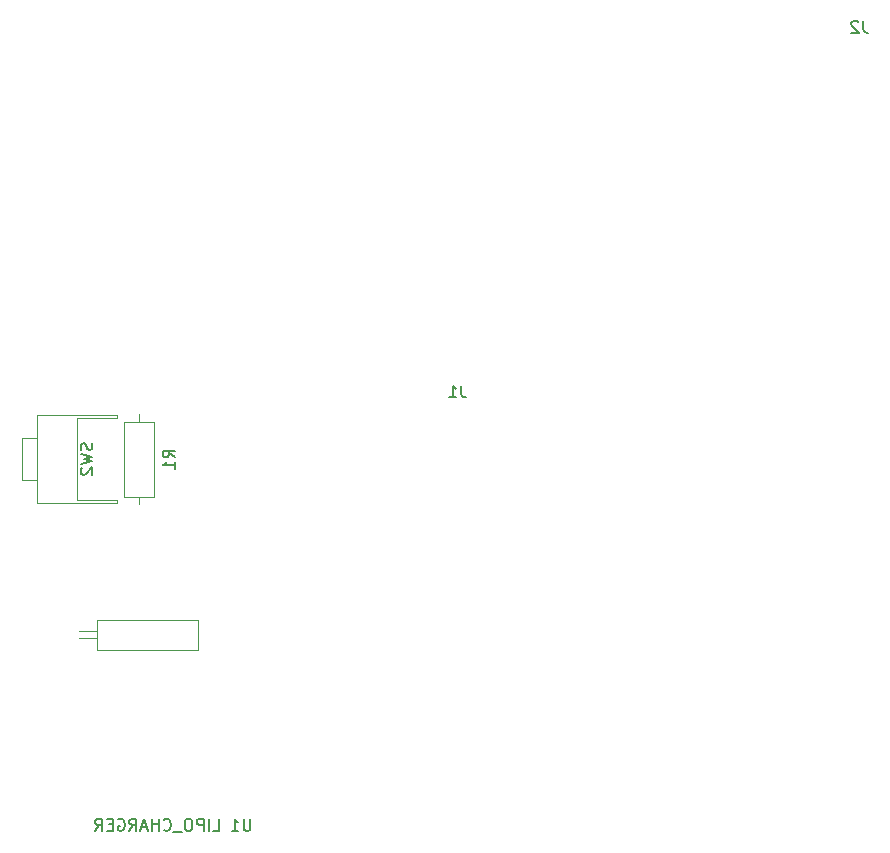
<source format=gbr>
G04 #@! TF.GenerationSoftware,KiCad,Pcbnew,(6.0.4)*
G04 #@! TF.CreationDate,2022-05-01T01:23:01+08:00*
G04 #@! TF.ProjectId,system,73797374-656d-42e6-9b69-6361645f7063,1.0-dev7*
G04 #@! TF.SameCoordinates,Original*
G04 #@! TF.FileFunction,AssemblyDrawing,Bot*
%FSLAX46Y46*%
G04 Gerber Fmt 4.6, Leading zero omitted, Abs format (unit mm)*
G04 Created by KiCad (PCBNEW (6.0.4)) date 2022-05-01 01:23:01*
%MOMM*%
%LPD*%
G01*
G04 APERTURE LIST*
%ADD10C,0.150000*%
%ADD11C,0.100000*%
G04 APERTURE END LIST*
D10*
X115768380Y-117943333D02*
X115292190Y-117610000D01*
X115768380Y-117371904D02*
X114768380Y-117371904D01*
X114768380Y-117752857D01*
X114816000Y-117848095D01*
X114863619Y-117895714D01*
X114958857Y-117943333D01*
X115101714Y-117943333D01*
X115196952Y-117895714D01*
X115244571Y-117848095D01*
X115292190Y-117752857D01*
X115292190Y-117371904D01*
X115768380Y-118895714D02*
X115768380Y-118324285D01*
X115768380Y-118610000D02*
X114768380Y-118610000D01*
X114911238Y-118514761D01*
X115006476Y-118419523D01*
X115054095Y-118324285D01*
X108764761Y-116740666D02*
X108812380Y-116883523D01*
X108812380Y-117121619D01*
X108764761Y-117216857D01*
X108717142Y-117264476D01*
X108621904Y-117312095D01*
X108526666Y-117312095D01*
X108431428Y-117264476D01*
X108383809Y-117216857D01*
X108336190Y-117121619D01*
X108288571Y-116931142D01*
X108240952Y-116835904D01*
X108193333Y-116788285D01*
X108098095Y-116740666D01*
X108002857Y-116740666D01*
X107907619Y-116788285D01*
X107860000Y-116835904D01*
X107812380Y-116931142D01*
X107812380Y-117169238D01*
X107860000Y-117312095D01*
X107812380Y-117645428D02*
X108812380Y-117883523D01*
X108098095Y-118074000D01*
X108812380Y-118264476D01*
X107812380Y-118502571D01*
X107907619Y-118835904D02*
X107860000Y-118883523D01*
X107812380Y-118978761D01*
X107812380Y-119216857D01*
X107860000Y-119312095D01*
X107907619Y-119359714D01*
X108002857Y-119407333D01*
X108098095Y-119407333D01*
X108240952Y-119359714D01*
X108812380Y-118788285D01*
X108812380Y-119407333D01*
X140033333Y-111864480D02*
X140033333Y-112578766D01*
X140080952Y-112721623D01*
X140176190Y-112816861D01*
X140319047Y-112864480D01*
X140414285Y-112864480D01*
X139033333Y-112864480D02*
X139604761Y-112864480D01*
X139319047Y-112864480D02*
X139319047Y-111864480D01*
X139414285Y-112007338D01*
X139509523Y-112102576D01*
X139604761Y-112150195D01*
X122173904Y-148550380D02*
X122173904Y-149359904D01*
X122126285Y-149455142D01*
X122078666Y-149502761D01*
X121983428Y-149550380D01*
X121792952Y-149550380D01*
X121697714Y-149502761D01*
X121650095Y-149455142D01*
X121602476Y-149359904D01*
X121602476Y-148550380D01*
X120602476Y-149550380D02*
X121173904Y-149550380D01*
X120888190Y-149550380D02*
X120888190Y-148550380D01*
X120983428Y-148693238D01*
X121078666Y-148788476D01*
X121173904Y-148836095D01*
X119038095Y-149550380D02*
X119514285Y-149550380D01*
X119514285Y-148550380D01*
X118704761Y-149550380D02*
X118704761Y-148550380D01*
X118228571Y-149550380D02*
X118228571Y-148550380D01*
X117847619Y-148550380D01*
X117752380Y-148598000D01*
X117704761Y-148645619D01*
X117657142Y-148740857D01*
X117657142Y-148883714D01*
X117704761Y-148978952D01*
X117752380Y-149026571D01*
X117847619Y-149074190D01*
X118228571Y-149074190D01*
X117038095Y-148550380D02*
X116847619Y-148550380D01*
X116752380Y-148598000D01*
X116657142Y-148693238D01*
X116609523Y-148883714D01*
X116609523Y-149217047D01*
X116657142Y-149407523D01*
X116752380Y-149502761D01*
X116847619Y-149550380D01*
X117038095Y-149550380D01*
X117133333Y-149502761D01*
X117228571Y-149407523D01*
X117276190Y-149217047D01*
X117276190Y-148883714D01*
X117228571Y-148693238D01*
X117133333Y-148598000D01*
X117038095Y-148550380D01*
X116419047Y-149645619D02*
X115657142Y-149645619D01*
X114847619Y-149455142D02*
X114895238Y-149502761D01*
X115038095Y-149550380D01*
X115133333Y-149550380D01*
X115276190Y-149502761D01*
X115371428Y-149407523D01*
X115419047Y-149312285D01*
X115466666Y-149121809D01*
X115466666Y-148978952D01*
X115419047Y-148788476D01*
X115371428Y-148693238D01*
X115276190Y-148598000D01*
X115133333Y-148550380D01*
X115038095Y-148550380D01*
X114895238Y-148598000D01*
X114847619Y-148645619D01*
X114419047Y-149550380D02*
X114419047Y-148550380D01*
X114419047Y-149026571D02*
X113847619Y-149026571D01*
X113847619Y-149550380D02*
X113847619Y-148550380D01*
X113419047Y-149264666D02*
X112942857Y-149264666D01*
X113514285Y-149550380D02*
X113180952Y-148550380D01*
X112847619Y-149550380D01*
X111942857Y-149550380D02*
X112276190Y-149074190D01*
X112514285Y-149550380D02*
X112514285Y-148550380D01*
X112133333Y-148550380D01*
X112038095Y-148598000D01*
X111990476Y-148645619D01*
X111942857Y-148740857D01*
X111942857Y-148883714D01*
X111990476Y-148978952D01*
X112038095Y-149026571D01*
X112133333Y-149074190D01*
X112514285Y-149074190D01*
X110990476Y-148598000D02*
X111085714Y-148550380D01*
X111228571Y-148550380D01*
X111371428Y-148598000D01*
X111466666Y-148693238D01*
X111514285Y-148788476D01*
X111561904Y-148978952D01*
X111561904Y-149121809D01*
X111514285Y-149312285D01*
X111466666Y-149407523D01*
X111371428Y-149502761D01*
X111228571Y-149550380D01*
X111133333Y-149550380D01*
X110990476Y-149502761D01*
X110942857Y-149455142D01*
X110942857Y-149121809D01*
X111133333Y-149121809D01*
X110514285Y-149026571D02*
X110180952Y-149026571D01*
X110038095Y-149550380D02*
X110514285Y-149550380D01*
X110514285Y-148550380D01*
X110038095Y-148550380D01*
X109038095Y-149550380D02*
X109371428Y-149074190D01*
X109609523Y-149550380D02*
X109609523Y-148550380D01*
X109228571Y-148550380D01*
X109133333Y-148598000D01*
X109085714Y-148645619D01*
X109038095Y-148740857D01*
X109038095Y-148883714D01*
X109085714Y-148978952D01*
X109133333Y-149026571D01*
X109228571Y-149074190D01*
X109609523Y-149074190D01*
X174069333Y-80986380D02*
X174069333Y-81700666D01*
X174116952Y-81843523D01*
X174212190Y-81938761D01*
X174355047Y-81986380D01*
X174450285Y-81986380D01*
X173640761Y-81081619D02*
X173593142Y-81034000D01*
X173497904Y-80986380D01*
X173259809Y-80986380D01*
X173164571Y-81034000D01*
X173116952Y-81081619D01*
X173069333Y-81176857D01*
X173069333Y-81272095D01*
X173116952Y-81414952D01*
X173688380Y-81986380D01*
X173069333Y-81986380D01*
D11*
X114026000Y-121260000D02*
X111526000Y-121260000D01*
X111526000Y-114960000D02*
X114026000Y-114960000D01*
X114026000Y-114960000D02*
X114026000Y-121260000D01*
X112776000Y-121920000D02*
X112776000Y-121260000D01*
X111526000Y-121260000D02*
X111526000Y-114960000D01*
X112776000Y-114300000D02*
X112776000Y-114960000D01*
X110880000Y-121524000D02*
X107540000Y-121524000D01*
X102830000Y-116324000D02*
X104090000Y-116324000D01*
X110880000Y-121824000D02*
X104090000Y-121824000D01*
X110880000Y-114324000D02*
X110880000Y-114624000D01*
X110880000Y-121524000D02*
X110880000Y-121824000D01*
X104090000Y-114324000D02*
X104090000Y-121824000D01*
X107540000Y-114624000D02*
X107540000Y-121524000D01*
X102830000Y-119824000D02*
X104090000Y-119824000D01*
X110880000Y-114624000D02*
X107540000Y-114624000D01*
X110880000Y-114324000D02*
X104090000Y-114324000D01*
X102830000Y-116324000D02*
X102830000Y-119824000D01*
X117726000Y-134239000D02*
X117726000Y-131699000D01*
X107696000Y-133269000D02*
X109216000Y-133269000D01*
X117726000Y-131699000D02*
X109220000Y-131699000D01*
X117726000Y-134239000D02*
X109220000Y-134239000D01*
X109220000Y-134239000D02*
X109220000Y-131699000D01*
X109216000Y-132669000D02*
X107696000Y-132669000D01*
M02*

</source>
